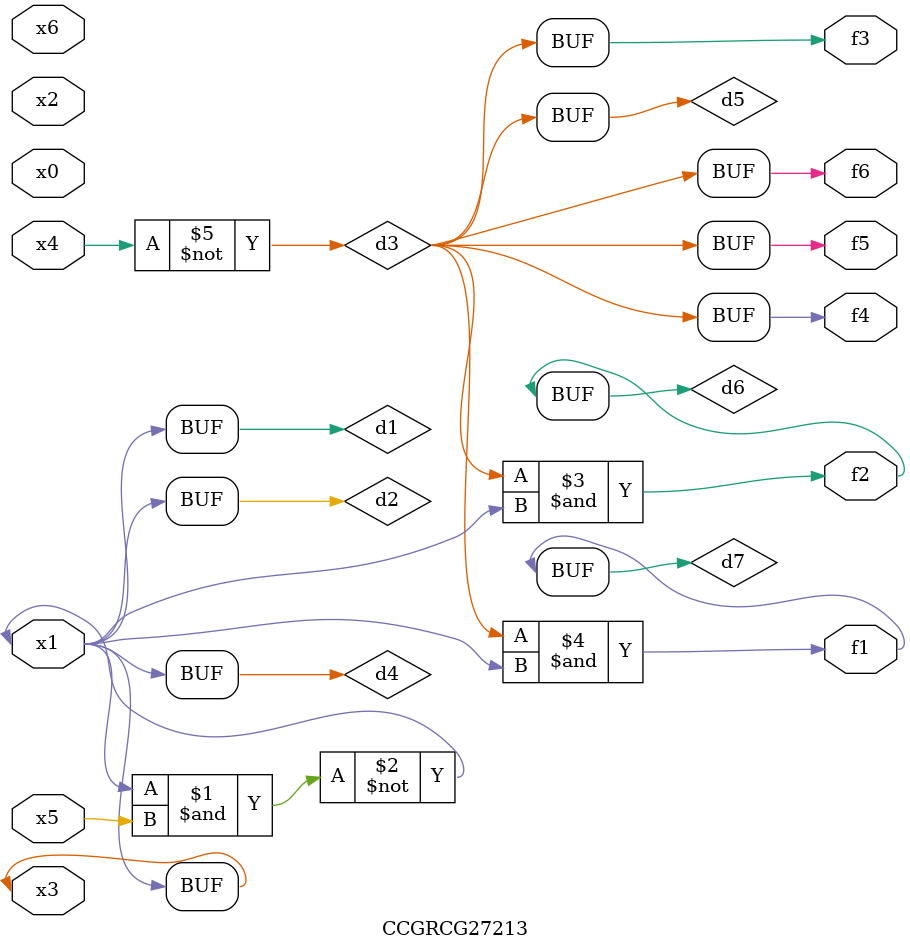
<source format=v>
module CCGRCG27213(
	input x0, x1, x2, x3, x4, x5, x6,
	output f1, f2, f3, f4, f5, f6
);

	wire d1, d2, d3, d4, d5, d6, d7;

	buf (d1, x1, x3);
	nand (d2, x1, x5);
	not (d3, x4);
	buf (d4, d1, d2);
	buf (d5, d3);
	and (d6, d3, d4);
	and (d7, d3, d4);
	assign f1 = d7;
	assign f2 = d6;
	assign f3 = d5;
	assign f4 = d5;
	assign f5 = d5;
	assign f6 = d5;
endmodule

</source>
